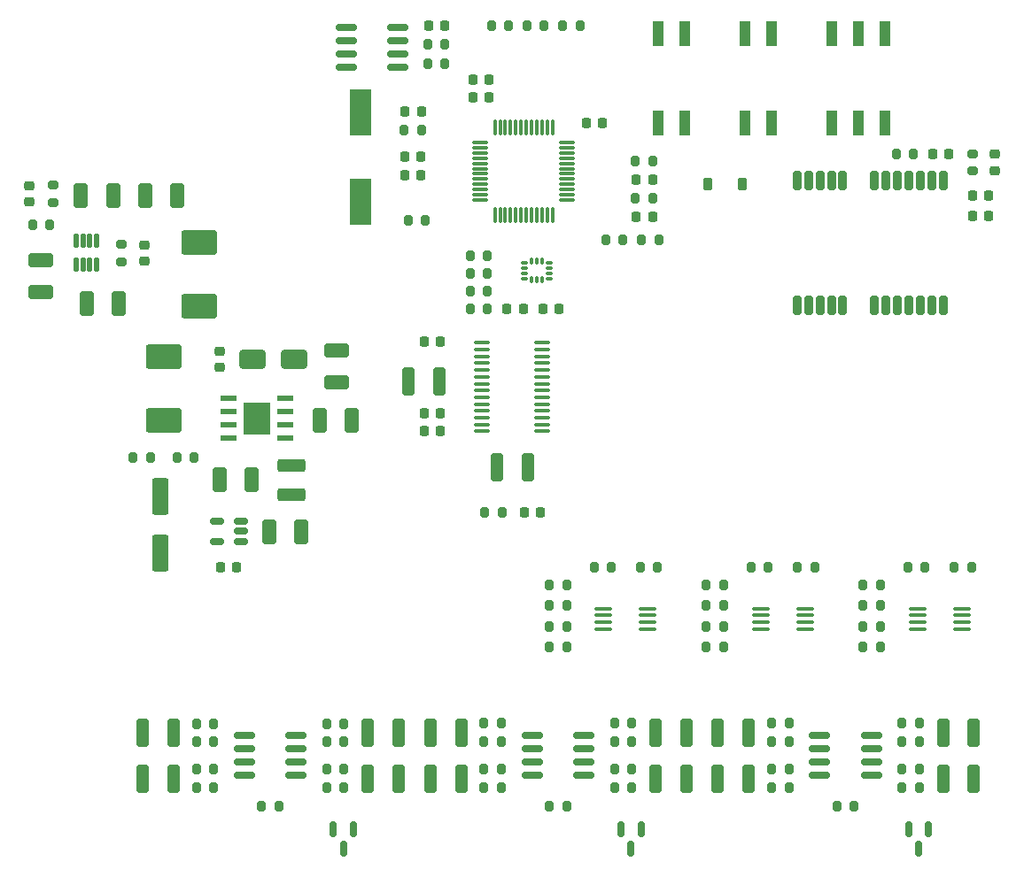
<source format=gbr>
%TF.GenerationSoftware,KiCad,Pcbnew,8.0.3*%
%TF.CreationDate,2025-01-05T03:44:58+08:00*%
%TF.ProjectId,Explorer,4578706c-6f72-4657-922e-6b696361645f,rev?*%
%TF.SameCoordinates,Original*%
%TF.FileFunction,Paste,Top*%
%TF.FilePolarity,Positive*%
%FSLAX46Y46*%
G04 Gerber Fmt 4.6, Leading zero omitted, Abs format (unit mm)*
G04 Created by KiCad (PCBNEW 8.0.3) date 2025-01-05 03:44:58*
%MOMM*%
%LPD*%
G01*
G04 APERTURE LIST*
G04 Aperture macros list*
%AMRoundRect*
0 Rectangle with rounded corners*
0 $1 Rounding radius*
0 $2 $3 $4 $5 $6 $7 $8 $9 X,Y pos of 4 corners*
0 Add a 4 corners polygon primitive as box body*
4,1,4,$2,$3,$4,$5,$6,$7,$8,$9,$2,$3,0*
0 Add four circle primitives for the rounded corners*
1,1,$1+$1,$2,$3*
1,1,$1+$1,$4,$5*
1,1,$1+$1,$6,$7*
1,1,$1+$1,$8,$9*
0 Add four rect primitives between the rounded corners*
20,1,$1+$1,$2,$3,$4,$5,0*
20,1,$1+$1,$4,$5,$6,$7,0*
20,1,$1+$1,$6,$7,$8,$9,0*
20,1,$1+$1,$8,$9,$2,$3,0*%
G04 Aperture macros list end*
%ADD10RoundRect,0.200000X0.200000X0.275000X-0.200000X0.275000X-0.200000X-0.275000X0.200000X-0.275000X0*%
%ADD11RoundRect,0.200000X-0.200000X-0.275000X0.200000X-0.275000X0.200000X0.275000X-0.200000X0.275000X0*%
%ADD12RoundRect,0.250000X0.925000X-0.412500X0.925000X0.412500X-0.925000X0.412500X-0.925000X-0.412500X0*%
%ADD13RoundRect,0.250000X0.325000X1.100000X-0.325000X1.100000X-0.325000X-1.100000X0.325000X-1.100000X0*%
%ADD14RoundRect,0.200000X0.275000X-0.200000X0.275000X0.200000X-0.275000X0.200000X-0.275000X-0.200000X0*%
%ADD15RoundRect,0.250000X-1.075000X0.375000X-1.075000X-0.375000X1.075000X-0.375000X1.075000X0.375000X0*%
%ADD16RoundRect,0.125000X0.125000X-0.537500X0.125000X0.537500X-0.125000X0.537500X-0.125000X-0.537500X0*%
%ADD17R,1.120000X2.440000*%
%ADD18RoundRect,0.225000X0.250000X-0.225000X0.250000X0.225000X-0.250000X0.225000X-0.250000X-0.225000X0*%
%ADD19RoundRect,0.250000X-0.412500X-0.925000X0.412500X-0.925000X0.412500X0.925000X-0.412500X0.925000X0*%
%ADD20RoundRect,0.150000X-0.825000X-0.150000X0.825000X-0.150000X0.825000X0.150000X-0.825000X0.150000X0*%
%ADD21RoundRect,0.200000X-0.200000X0.700000X-0.200000X-0.700000X0.200000X-0.700000X0.200000X0.700000X0*%
%ADD22RoundRect,0.250000X0.412500X0.925000X-0.412500X0.925000X-0.412500X-0.925000X0.412500X-0.925000X0*%
%ADD23RoundRect,0.225000X-0.225000X-0.250000X0.225000X-0.250000X0.225000X0.250000X-0.225000X0.250000X0*%
%ADD24RoundRect,0.100000X-0.712500X-0.100000X0.712500X-0.100000X0.712500X0.100000X-0.712500X0.100000X0*%
%ADD25RoundRect,0.250000X-1.000000X-0.650000X1.000000X-0.650000X1.000000X0.650000X-1.000000X0.650000X0*%
%ADD26RoundRect,0.087500X0.225000X0.087500X-0.225000X0.087500X-0.225000X-0.087500X0.225000X-0.087500X0*%
%ADD27RoundRect,0.087500X0.087500X0.225000X-0.087500X0.225000X-0.087500X-0.225000X0.087500X-0.225000X0*%
%ADD28RoundRect,0.250000X-0.325000X-1.100000X0.325000X-1.100000X0.325000X1.100000X-0.325000X1.100000X0*%
%ADD29RoundRect,0.250000X0.550000X-1.500000X0.550000X1.500000X-0.550000X1.500000X-0.550000X-1.500000X0*%
%ADD30RoundRect,0.150000X0.512500X0.150000X-0.512500X0.150000X-0.512500X-0.150000X0.512500X-0.150000X0*%
%ADD31RoundRect,0.235000X-1.465000X0.940000X-1.465000X-0.940000X1.465000X-0.940000X1.465000X0.940000X0*%
%ADD32RoundRect,0.225000X0.225000X0.250000X-0.225000X0.250000X-0.225000X-0.250000X0.225000X-0.250000X0*%
%ADD33R,2.000000X4.500000*%
%ADD34RoundRect,0.218750X0.256250X-0.218750X0.256250X0.218750X-0.256250X0.218750X-0.256250X-0.218750X0*%
%ADD35RoundRect,0.225000X-0.250000X0.225000X-0.250000X-0.225000X0.250000X-0.225000X0.250000X0.225000X0*%
%ADD36RoundRect,0.250000X-0.925000X0.412500X-0.925000X-0.412500X0.925000X-0.412500X0.925000X0.412500X0*%
%ADD37RoundRect,0.218750X-0.218750X-0.256250X0.218750X-0.256250X0.218750X0.256250X-0.218750X0.256250X0*%
%ADD38R,1.550000X0.600000*%
%ADD39R,2.600000X3.100000*%
%ADD40RoundRect,0.150000X-0.150000X0.587500X-0.150000X-0.587500X0.150000X-0.587500X0.150000X0.587500X0*%
%ADD41RoundRect,0.200000X-0.275000X0.200000X-0.275000X-0.200000X0.275000X-0.200000X0.275000X0.200000X0*%
%ADD42RoundRect,0.225000X0.225000X0.375000X-0.225000X0.375000X-0.225000X-0.375000X0.225000X-0.375000X0*%
%ADD43RoundRect,0.100000X-0.637500X-0.100000X0.637500X-0.100000X0.637500X0.100000X-0.637500X0.100000X0*%
%ADD44RoundRect,0.218750X0.218750X0.256250X-0.218750X0.256250X-0.218750X-0.256250X0.218750X-0.256250X0*%
%ADD45RoundRect,0.075000X-0.662500X-0.075000X0.662500X-0.075000X0.662500X0.075000X-0.662500X0.075000X0*%
%ADD46RoundRect,0.075000X-0.075000X-0.662500X0.075000X-0.662500X0.075000X0.662500X-0.075000X0.662500X0*%
G04 APERTURE END LIST*
D10*
%TO.C,R64*%
X78050000Y-143740000D03*
X76400000Y-143740000D03*
%TD*%
D11*
%TO.C,R23*%
X92150000Y-75200000D03*
X93800000Y-75200000D03*
%TD*%
D12*
%TO.C,C1*%
X77375000Y-109387500D03*
X77375000Y-106312500D03*
%TD*%
D13*
%TO.C,C59*%
X138270000Y-147250000D03*
X135320000Y-147250000D03*
%TD*%
D11*
%TO.C,R81*%
X127675000Y-128700000D03*
X129325000Y-128700000D03*
%TD*%
D14*
%TO.C,R7*%
X56800000Y-97825000D03*
X56800000Y-96175000D03*
%TD*%
D10*
%TO.C,R20*%
X100625000Y-75200000D03*
X98975000Y-75200000D03*
%TD*%
D15*
%TO.C,L2*%
X73025000Y-117275000D03*
X73025000Y-120075000D03*
%TD*%
D11*
%TO.C,R83*%
X121395000Y-127000000D03*
X123045000Y-127000000D03*
%TD*%
D10*
%TO.C,R38*%
X120600000Y-148090000D03*
X118950000Y-148090000D03*
%TD*%
D16*
%TO.C,U3*%
X52450000Y-98075000D03*
X53100000Y-98075000D03*
X53750000Y-98075000D03*
X54400000Y-98075000D03*
X54400000Y-95800000D03*
X53750000Y-95800000D03*
X53100000Y-95800000D03*
X52450000Y-95800000D03*
%TD*%
D11*
%TO.C,R69*%
X97675000Y-132700000D03*
X99325000Y-132700000D03*
%TD*%
%TO.C,R90*%
X131955000Y-127000000D03*
X133605000Y-127000000D03*
%TD*%
D17*
%TO.C,SW4*%
X124700000Y-84575000D03*
X127240000Y-84575000D03*
X129780000Y-84575000D03*
X129780000Y-75965000D03*
X127240000Y-75965000D03*
X124700000Y-75965000D03*
%TD*%
D18*
%TO.C,C5*%
X66200000Y-107900000D03*
X66200000Y-106350000D03*
%TD*%
D19*
%TO.C,C17*%
X59062500Y-91500000D03*
X62137500Y-91500000D03*
%TD*%
D11*
%TO.C,R51*%
X70175000Y-149930000D03*
X71825000Y-149930000D03*
%TD*%
D13*
%TO.C,C52*%
X116750000Y-147250000D03*
X113800000Y-147250000D03*
%TD*%
D20*
%TO.C,U15*%
X123525000Y-143095000D03*
X123525000Y-144365000D03*
X123525000Y-145635000D03*
X123525000Y-146905000D03*
X128475000Y-146905000D03*
X128475000Y-145635000D03*
X128475000Y-144365000D03*
X128475000Y-143095000D03*
%TD*%
D10*
%TO.C,R10*%
X49925000Y-94300000D03*
X48275000Y-94300000D03*
%TD*%
D11*
%TO.C,R25*%
X84205000Y-93850000D03*
X85855000Y-93850000D03*
%TD*%
D13*
%TO.C,C65*%
X87140000Y-109280000D03*
X84190000Y-109280000D03*
%TD*%
D10*
%TO.C,R49*%
X91786696Y-98950000D03*
X90136696Y-98950000D03*
%TD*%
D11*
%TO.C,R84*%
X136395000Y-127000000D03*
X138045000Y-127000000D03*
%TD*%
D21*
%TO.C,U8*%
X135340000Y-90000000D03*
X134240000Y-90000000D03*
X133140000Y-90000000D03*
X132040000Y-90000000D03*
X130940000Y-90000000D03*
X129840000Y-90000000D03*
X128740000Y-90000000D03*
X125740000Y-90000000D03*
X124640000Y-90000000D03*
X123540000Y-90000000D03*
X122440000Y-90000000D03*
X121340000Y-90000000D03*
X121340000Y-102000000D03*
X122440000Y-102000000D03*
X123540000Y-102000000D03*
X124640000Y-102000000D03*
X125740000Y-102000000D03*
X128740000Y-102000000D03*
X129840000Y-102000000D03*
X130940000Y-102000000D03*
X132040000Y-102000000D03*
X133140000Y-102000000D03*
X134240000Y-102000000D03*
X135340000Y-102000000D03*
%TD*%
D11*
%TO.C,R74*%
X127675000Y-134700000D03*
X129325000Y-134700000D03*
%TD*%
D22*
%TO.C,C19*%
X56000000Y-91500000D03*
X52925000Y-91500000D03*
%TD*%
D11*
%TO.C,R16*%
X86075000Y-77000000D03*
X87725000Y-77000000D03*
%TD*%
D23*
%TO.C,C60*%
X97055000Y-102350000D03*
X98605000Y-102350000D03*
%TD*%
%TO.C,C41*%
X90350000Y-80400000D03*
X91900000Y-80400000D03*
%TD*%
D24*
%TO.C,U17*%
X102832500Y-130985000D03*
X102832500Y-131635000D03*
X102832500Y-132285000D03*
X102832500Y-132935000D03*
X107057500Y-132935000D03*
X107057500Y-132285000D03*
X107057500Y-131635000D03*
X107057500Y-130985000D03*
%TD*%
D25*
%TO.C,D3*%
X69300000Y-107125000D03*
X73300000Y-107125000D03*
%TD*%
D10*
%TO.C,R18*%
X108145000Y-95700000D03*
X106495000Y-95700000D03*
%TD*%
D26*
%TO.C,U16*%
X97649196Y-99400000D03*
X97649196Y-98900000D03*
X97649196Y-98400000D03*
X97649196Y-97900000D03*
D27*
X96986696Y-97737500D03*
X96486696Y-97737500D03*
X95986696Y-97737500D03*
D26*
X95324196Y-97900000D03*
X95324196Y-98400000D03*
X95324196Y-98900000D03*
X95324196Y-99400000D03*
D27*
X95986696Y-99562500D03*
X96486696Y-99562500D03*
X96986696Y-99562500D03*
%TD*%
D10*
%TO.C,R66*%
X133050000Y-143710000D03*
X131400000Y-143710000D03*
%TD*%
%TO.C,R59*%
X105550000Y-146350000D03*
X103900000Y-146350000D03*
%TD*%
D23*
%TO.C,C53*%
X93630000Y-102350000D03*
X95180000Y-102350000D03*
%TD*%
D28*
%TO.C,C54*%
X80320000Y-142850000D03*
X83270000Y-142850000D03*
%TD*%
D10*
%TO.C,R45*%
X65600000Y-143740000D03*
X63950000Y-143740000D03*
%TD*%
D13*
%TO.C,C71*%
X95612500Y-117500000D03*
X92662500Y-117500000D03*
%TD*%
%TO.C,C58*%
X110770000Y-147250000D03*
X107820000Y-147250000D03*
%TD*%
D29*
%TO.C,C7*%
X60500000Y-125700000D03*
X60500000Y-120300000D03*
%TD*%
D20*
%TO.C,U13*%
X68525000Y-143095000D03*
X68525000Y-144365000D03*
X68525000Y-145635000D03*
X68525000Y-146905000D03*
X73475000Y-146905000D03*
X73475000Y-145635000D03*
X73475000Y-144365000D03*
X73475000Y-143095000D03*
%TD*%
D30*
%TO.C,U4*%
X68170000Y-124550000D03*
X68170000Y-123600000D03*
X68170000Y-122650000D03*
X65895000Y-122650000D03*
X65895000Y-124550000D03*
%TD*%
D24*
%TO.C,U18*%
X117887500Y-130985000D03*
X117887500Y-131635000D03*
X117887500Y-132285000D03*
X117887500Y-132935000D03*
X122112500Y-132935000D03*
X122112500Y-132285000D03*
X122112500Y-131635000D03*
X122112500Y-130985000D03*
%TD*%
D31*
%TO.C,L1*%
X60827500Y-106912500D03*
X60827500Y-112962500D03*
%TD*%
D32*
%TO.C,C64*%
X87260000Y-112310000D03*
X85710000Y-112310000D03*
%TD*%
D11*
%TO.C,R67*%
X97675000Y-130700000D03*
X99325000Y-130700000D03*
%TD*%
%TO.C,R24*%
X95550000Y-75200000D03*
X97200000Y-75200000D03*
%TD*%
%TO.C,R75*%
X127675000Y-132700000D03*
X129325000Y-132700000D03*
%TD*%
D31*
%TO.C,L3*%
X64200000Y-95975000D03*
X64200000Y-102025000D03*
%TD*%
D10*
%TO.C,R28*%
X85480000Y-85250000D03*
X83830000Y-85250000D03*
%TD*%
D33*
%TO.C,Y1*%
X79630000Y-92050000D03*
X79630000Y-83550000D03*
%TD*%
D11*
%TO.C,R39*%
X63950000Y-146380000D03*
X65600000Y-146380000D03*
%TD*%
D23*
%TO.C,C38*%
X90350000Y-82100000D03*
X91900000Y-82100000D03*
%TD*%
D34*
%TO.C,L5*%
X140300000Y-89077500D03*
X140300000Y-87502500D03*
%TD*%
D28*
%TO.C,C55*%
X107820000Y-142870000D03*
X110770000Y-142870000D03*
%TD*%
D10*
%TO.C,R47*%
X120600000Y-143710000D03*
X118950000Y-143710000D03*
%TD*%
D35*
%TO.C,C23*%
X47987500Y-90550000D03*
X47987500Y-92100000D03*
%TD*%
D28*
%TO.C,C56*%
X135320000Y-142870000D03*
X138270000Y-142870000D03*
%TD*%
D11*
%TO.C,R5*%
X57902500Y-116537500D03*
X59552500Y-116537500D03*
%TD*%
D36*
%TO.C,C10*%
X49100000Y-97662500D03*
X49100000Y-100737500D03*
%TD*%
D11*
%TO.C,R55*%
X76400000Y-148120000D03*
X78050000Y-148120000D03*
%TD*%
D32*
%TO.C,C35*%
X85430000Y-87750000D03*
X83880000Y-87750000D03*
%TD*%
D23*
%TO.C,C31*%
X138125000Y-93420000D03*
X139675000Y-93420000D03*
%TD*%
D37*
%TO.C,D12*%
X105962500Y-93550000D03*
X107537500Y-93550000D03*
%TD*%
D10*
%TO.C,R21*%
X132490000Y-87540000D03*
X130840000Y-87540000D03*
%TD*%
D35*
%TO.C,C15*%
X59000000Y-96225000D03*
X59000000Y-97775000D03*
%TD*%
D10*
%TO.C,R26*%
X107555000Y-88150000D03*
X105905000Y-88150000D03*
%TD*%
D22*
%TO.C,C13*%
X73975000Y-123687500D03*
X70900000Y-123687500D03*
%TD*%
D11*
%TO.C,R89*%
X116955000Y-127000000D03*
X118605000Y-127000000D03*
%TD*%
D32*
%TO.C,C40*%
X102745000Y-84580000D03*
X101195000Y-84580000D03*
%TD*%
D11*
%TO.C,R53*%
X125175000Y-149930000D03*
X126825000Y-149930000D03*
%TD*%
D20*
%TO.C,U6*%
X78255000Y-75395000D03*
X78255000Y-76665000D03*
X78255000Y-77935000D03*
X78255000Y-79205000D03*
X83205000Y-79205000D03*
X83205000Y-77935000D03*
X83205000Y-76665000D03*
X83205000Y-75395000D03*
%TD*%
D19*
%TO.C,C11*%
X66162500Y-118625000D03*
X69237500Y-118625000D03*
%TD*%
D11*
%TO.C,R56*%
X103900000Y-148090000D03*
X105550000Y-148090000D03*
%TD*%
%TO.C,R73*%
X127675000Y-130700000D03*
X129325000Y-130700000D03*
%TD*%
%TO.C,R72*%
X112675000Y-132700000D03*
X114325000Y-132700000D03*
%TD*%
D10*
%TO.C,R37*%
X93100000Y-148090000D03*
X91450000Y-148090000D03*
%TD*%
D37*
%TO.C,D11*%
X105962500Y-89950000D03*
X107537500Y-89950000D03*
%TD*%
D11*
%TO.C,R40*%
X91450000Y-146350000D03*
X93100000Y-146350000D03*
%TD*%
D10*
%TO.C,R48*%
X91786696Y-100650000D03*
X90136696Y-100650000D03*
%TD*%
D32*
%TO.C,C36*%
X85430000Y-89550000D03*
X83880000Y-89550000D03*
%TD*%
D10*
%TO.C,R27*%
X107555000Y-91750000D03*
X105905000Y-91750000D03*
%TD*%
D11*
%TO.C,R17*%
X86075000Y-78850000D03*
X87725000Y-78850000D03*
%TD*%
%TO.C,R52*%
X97680000Y-149930000D03*
X99330000Y-149930000D03*
%TD*%
%TO.C,R71*%
X112675000Y-134700000D03*
X114325000Y-134700000D03*
%TD*%
D13*
%TO.C,C47*%
X61750000Y-142870000D03*
X58800000Y-142870000D03*
%TD*%
D38*
%TO.C,U1*%
X67022500Y-110895000D03*
X67022500Y-112165000D03*
X67022500Y-113435000D03*
X67022500Y-114705000D03*
X72422500Y-114705000D03*
X72422500Y-113435000D03*
X72422500Y-112165000D03*
X72422500Y-110895000D03*
D39*
X69722500Y-112800000D03*
%TD*%
D20*
%TO.C,U14*%
X96025000Y-143095000D03*
X96025000Y-144365000D03*
X96025000Y-145635000D03*
X96025000Y-146905000D03*
X100975000Y-146905000D03*
X100975000Y-145635000D03*
X100975000Y-144365000D03*
X100975000Y-143095000D03*
%TD*%
D11*
%TO.C,R79*%
X97675000Y-128700000D03*
X99325000Y-128700000D03*
%TD*%
%TO.C,R70*%
X112675000Y-130700000D03*
X114325000Y-130700000D03*
%TD*%
D40*
%TO.C,D24*%
X133950000Y-152062500D03*
X132050000Y-152062500D03*
X133000000Y-153937500D03*
%TD*%
D32*
%TO.C,C30*%
X139675000Y-91510000D03*
X138125000Y-91510000D03*
%TD*%
%TO.C,C66*%
X87260000Y-105420000D03*
X85710000Y-105420000D03*
%TD*%
D24*
%TO.C,U19*%
X132887500Y-130985000D03*
X132887500Y-131635000D03*
X132887500Y-132285000D03*
X132887500Y-132935000D03*
X137112500Y-132935000D03*
X137112500Y-132285000D03*
X137112500Y-131635000D03*
X137112500Y-130985000D03*
%TD*%
D41*
%TO.C,R9*%
X50287500Y-90500000D03*
X50287500Y-92150000D03*
%TD*%
D10*
%TO.C,R44*%
X120600000Y-141970000D03*
X118950000Y-141970000D03*
%TD*%
D23*
%TO.C,C16*%
X66257500Y-127000000D03*
X67807500Y-127000000D03*
%TD*%
D10*
%TO.C,R58*%
X78050000Y-146380000D03*
X76400000Y-146380000D03*
%TD*%
%TO.C,R63*%
X133050000Y-141970000D03*
X131400000Y-141970000D03*
%TD*%
D11*
%TO.C,R6*%
X62102500Y-116537500D03*
X63752500Y-116537500D03*
%TD*%
D10*
%TO.C,R61*%
X78055000Y-142000000D03*
X76405000Y-142000000D03*
%TD*%
D42*
%TO.C,D14*%
X116127500Y-90375000D03*
X112827500Y-90375000D03*
%TD*%
D10*
%TO.C,R42*%
X65600000Y-142000000D03*
X63950000Y-142000000D03*
%TD*%
D32*
%TO.C,C63*%
X87260000Y-114040000D03*
X85710000Y-114040000D03*
%TD*%
D43*
%TO.C,U20*%
X91275000Y-105575000D03*
X91275000Y-106225000D03*
X91275000Y-106875000D03*
X91275000Y-107525000D03*
X91275000Y-108175000D03*
X91275000Y-108825000D03*
X91275000Y-109475000D03*
X91275000Y-110125000D03*
X91275000Y-110775000D03*
X91275000Y-111425000D03*
X91275000Y-112075000D03*
X91275000Y-112725000D03*
X91275000Y-113375000D03*
X91275000Y-114025000D03*
X97000000Y-114025000D03*
X97000000Y-113375000D03*
X97000000Y-112725000D03*
X97000000Y-112075000D03*
X97000000Y-111425000D03*
X97000000Y-110775000D03*
X97000000Y-110125000D03*
X97000000Y-109475000D03*
X97000000Y-108825000D03*
X97000000Y-108175000D03*
X97000000Y-107525000D03*
X97000000Y-106875000D03*
X97000000Y-106225000D03*
X97000000Y-105575000D03*
%TD*%
D10*
%TO.C,R60*%
X133050000Y-146350000D03*
X131400000Y-146350000D03*
%TD*%
D13*
%TO.C,C57*%
X83270000Y-147250000D03*
X80320000Y-147250000D03*
%TD*%
D17*
%TO.C,SW5*%
X116410000Y-84575000D03*
X118950000Y-84575000D03*
X118950000Y-75965000D03*
X116410000Y-75965000D03*
%TD*%
D13*
%TO.C,C50*%
X61750000Y-147250000D03*
X58800000Y-147250000D03*
%TD*%
D10*
%TO.C,R65*%
X105550000Y-143710000D03*
X103900000Y-143710000D03*
%TD*%
%TO.C,R15*%
X104730000Y-95700000D03*
X103080000Y-95700000D03*
%TD*%
D11*
%TO.C,R54*%
X90136696Y-102350000D03*
X91786696Y-102350000D03*
%TD*%
D23*
%TO.C,C32*%
X134350000Y-87540000D03*
X135900000Y-87540000D03*
%TD*%
D13*
%TO.C,C49*%
X116750000Y-142870000D03*
X113800000Y-142870000D03*
%TD*%
D10*
%TO.C,R62*%
X105550000Y-141970000D03*
X103900000Y-141970000D03*
%TD*%
D11*
%TO.C,R68*%
X97675000Y-134700000D03*
X99325000Y-134700000D03*
%TD*%
D10*
%TO.C,R46*%
X93100000Y-143710000D03*
X91450000Y-143710000D03*
%TD*%
D44*
%TO.C,D13*%
X85442500Y-83450000D03*
X83867500Y-83450000D03*
%TD*%
D11*
%TO.C,R41*%
X118950000Y-146350000D03*
X120600000Y-146350000D03*
%TD*%
D40*
%TO.C,D22*%
X106450000Y-152062500D03*
X104550000Y-152062500D03*
X105500000Y-153937500D03*
%TD*%
D17*
%TO.C,SW3*%
X108115000Y-84575000D03*
X110655000Y-84575000D03*
X110655000Y-75965000D03*
X108115000Y-75965000D03*
%TD*%
D13*
%TO.C,C51*%
X89250000Y-147250000D03*
X86300000Y-147250000D03*
%TD*%
D19*
%TO.C,C9*%
X53462500Y-101800000D03*
X56537500Y-101800000D03*
%TD*%
D37*
%TO.C,D23*%
X95268750Y-121800000D03*
X96843750Y-121800000D03*
%TD*%
D45*
%TO.C,U11*%
X91067500Y-86400000D03*
X91067500Y-86900000D03*
X91067500Y-87400000D03*
X91067500Y-87900000D03*
X91067500Y-88400000D03*
X91067500Y-88900000D03*
X91067500Y-89400000D03*
X91067500Y-89900000D03*
X91067500Y-90400000D03*
X91067500Y-90900000D03*
X91067500Y-91400000D03*
X91067500Y-91900000D03*
D46*
X92480000Y-93312500D03*
X92980000Y-93312500D03*
X93480000Y-93312500D03*
X93980000Y-93312500D03*
X94480000Y-93312500D03*
X94980000Y-93312500D03*
X95480000Y-93312500D03*
X95980000Y-93312500D03*
X96480000Y-93312500D03*
X96980000Y-93312500D03*
X97480000Y-93312500D03*
X97980000Y-93312500D03*
D45*
X99392500Y-91900000D03*
X99392500Y-91400000D03*
X99392500Y-90900000D03*
X99392500Y-90400000D03*
X99392500Y-89900000D03*
X99392500Y-89400000D03*
X99392500Y-88900000D03*
X99392500Y-88400000D03*
X99392500Y-87900000D03*
X99392500Y-87400000D03*
X99392500Y-86900000D03*
X99392500Y-86400000D03*
D46*
X97980000Y-84987500D03*
X97480000Y-84987500D03*
X96980000Y-84987500D03*
X96480000Y-84987500D03*
X95980000Y-84987500D03*
X95480000Y-84987500D03*
X94980000Y-84987500D03*
X94480000Y-84987500D03*
X93980000Y-84987500D03*
X93480000Y-84987500D03*
X92980000Y-84987500D03*
X92480000Y-84987500D03*
%TD*%
D14*
%TO.C,R19*%
X138150000Y-89115000D03*
X138150000Y-87465000D03*
%TD*%
D11*
%TO.C,R50*%
X90136696Y-97250000D03*
X91786696Y-97250000D03*
%TD*%
D23*
%TO.C,C28*%
X86125000Y-75200000D03*
X87675000Y-75200000D03*
%TD*%
D10*
%TO.C,R43*%
X93100000Y-141970000D03*
X91450000Y-141970000D03*
%TD*%
D11*
%TO.C,R80*%
X112675000Y-128700000D03*
X114325000Y-128700000D03*
%TD*%
D10*
%TO.C,R36*%
X65600000Y-148120000D03*
X63950000Y-148120000D03*
%TD*%
D40*
%TO.C,D21*%
X78950000Y-152062500D03*
X77050000Y-152062500D03*
X78000000Y-153937500D03*
%TD*%
D11*
%TO.C,R57*%
X131400000Y-148090000D03*
X133050000Y-148090000D03*
%TD*%
D19*
%TO.C,C3*%
X75720000Y-112980000D03*
X78795000Y-112980000D03*
%TD*%
D13*
%TO.C,C48*%
X89250000Y-142870000D03*
X86300000Y-142870000D03*
%TD*%
D11*
%TO.C,R88*%
X101955000Y-127000000D03*
X103605000Y-127000000D03*
%TD*%
%TO.C,R82*%
X106395000Y-127000000D03*
X108045000Y-127000000D03*
%TD*%
D10*
%TO.C,R91*%
X93156250Y-121800000D03*
X91506250Y-121800000D03*
%TD*%
M02*

</source>
